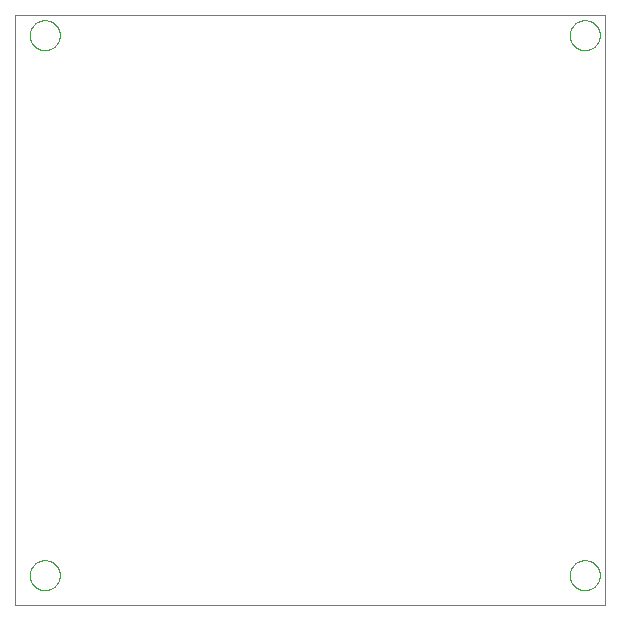
<source format=gtp>
G75*
%MOIN*%
%OFA0B0*%
%FSLAX25Y25*%
%IPPOS*%
%LPD*%
%AMOC8*
5,1,8,0,0,1.08239X$1,22.5*
%
%ADD10C,0.00000*%
D10*
X0001787Y0001787D02*
X0001787Y0198638D01*
X0198638Y0198638D01*
X0198638Y0001787D01*
X0001787Y0001787D01*
X0006787Y0011787D02*
X0006789Y0011928D01*
X0006795Y0012069D01*
X0006805Y0012209D01*
X0006819Y0012349D01*
X0006837Y0012489D01*
X0006858Y0012628D01*
X0006884Y0012767D01*
X0006913Y0012905D01*
X0006947Y0013041D01*
X0006984Y0013177D01*
X0007025Y0013312D01*
X0007070Y0013446D01*
X0007119Y0013578D01*
X0007171Y0013709D01*
X0007227Y0013838D01*
X0007287Y0013965D01*
X0007350Y0014091D01*
X0007416Y0014215D01*
X0007487Y0014338D01*
X0007560Y0014458D01*
X0007637Y0014576D01*
X0007717Y0014692D01*
X0007801Y0014805D01*
X0007887Y0014916D01*
X0007977Y0015025D01*
X0008070Y0015131D01*
X0008165Y0015234D01*
X0008264Y0015335D01*
X0008365Y0015433D01*
X0008469Y0015528D01*
X0008576Y0015620D01*
X0008685Y0015709D01*
X0008797Y0015794D01*
X0008911Y0015877D01*
X0009027Y0015957D01*
X0009146Y0016033D01*
X0009267Y0016105D01*
X0009389Y0016175D01*
X0009514Y0016240D01*
X0009640Y0016303D01*
X0009768Y0016361D01*
X0009898Y0016416D01*
X0010029Y0016468D01*
X0010162Y0016515D01*
X0010296Y0016559D01*
X0010431Y0016600D01*
X0010567Y0016636D01*
X0010704Y0016668D01*
X0010842Y0016697D01*
X0010980Y0016722D01*
X0011120Y0016742D01*
X0011260Y0016759D01*
X0011400Y0016772D01*
X0011541Y0016781D01*
X0011681Y0016786D01*
X0011822Y0016787D01*
X0011963Y0016784D01*
X0012104Y0016777D01*
X0012244Y0016766D01*
X0012384Y0016751D01*
X0012524Y0016732D01*
X0012663Y0016710D01*
X0012801Y0016683D01*
X0012939Y0016653D01*
X0013075Y0016618D01*
X0013211Y0016580D01*
X0013345Y0016538D01*
X0013479Y0016492D01*
X0013611Y0016443D01*
X0013741Y0016389D01*
X0013870Y0016332D01*
X0013997Y0016272D01*
X0014123Y0016208D01*
X0014246Y0016140D01*
X0014368Y0016069D01*
X0014488Y0015995D01*
X0014605Y0015917D01*
X0014720Y0015836D01*
X0014833Y0015752D01*
X0014944Y0015665D01*
X0015052Y0015574D01*
X0015157Y0015481D01*
X0015260Y0015384D01*
X0015360Y0015285D01*
X0015457Y0015183D01*
X0015551Y0015078D01*
X0015642Y0014971D01*
X0015730Y0014861D01*
X0015815Y0014749D01*
X0015897Y0014634D01*
X0015976Y0014517D01*
X0016051Y0014398D01*
X0016123Y0014277D01*
X0016191Y0014154D01*
X0016256Y0014029D01*
X0016318Y0013902D01*
X0016375Y0013773D01*
X0016430Y0013643D01*
X0016480Y0013512D01*
X0016527Y0013379D01*
X0016570Y0013245D01*
X0016609Y0013109D01*
X0016644Y0012973D01*
X0016676Y0012836D01*
X0016703Y0012698D01*
X0016727Y0012559D01*
X0016747Y0012419D01*
X0016763Y0012279D01*
X0016775Y0012139D01*
X0016783Y0011998D01*
X0016787Y0011857D01*
X0016787Y0011717D01*
X0016783Y0011576D01*
X0016775Y0011435D01*
X0016763Y0011295D01*
X0016747Y0011155D01*
X0016727Y0011015D01*
X0016703Y0010876D01*
X0016676Y0010738D01*
X0016644Y0010601D01*
X0016609Y0010465D01*
X0016570Y0010329D01*
X0016527Y0010195D01*
X0016480Y0010062D01*
X0016430Y0009931D01*
X0016375Y0009801D01*
X0016318Y0009672D01*
X0016256Y0009545D01*
X0016191Y0009420D01*
X0016123Y0009297D01*
X0016051Y0009176D01*
X0015976Y0009057D01*
X0015897Y0008940D01*
X0015815Y0008825D01*
X0015730Y0008713D01*
X0015642Y0008603D01*
X0015551Y0008496D01*
X0015457Y0008391D01*
X0015360Y0008289D01*
X0015260Y0008190D01*
X0015157Y0008093D01*
X0015052Y0008000D01*
X0014944Y0007909D01*
X0014833Y0007822D01*
X0014720Y0007738D01*
X0014605Y0007657D01*
X0014488Y0007579D01*
X0014368Y0007505D01*
X0014246Y0007434D01*
X0014123Y0007366D01*
X0013997Y0007302D01*
X0013870Y0007242D01*
X0013741Y0007185D01*
X0013611Y0007131D01*
X0013479Y0007082D01*
X0013345Y0007036D01*
X0013211Y0006994D01*
X0013075Y0006956D01*
X0012939Y0006921D01*
X0012801Y0006891D01*
X0012663Y0006864D01*
X0012524Y0006842D01*
X0012384Y0006823D01*
X0012244Y0006808D01*
X0012104Y0006797D01*
X0011963Y0006790D01*
X0011822Y0006787D01*
X0011681Y0006788D01*
X0011541Y0006793D01*
X0011400Y0006802D01*
X0011260Y0006815D01*
X0011120Y0006832D01*
X0010980Y0006852D01*
X0010842Y0006877D01*
X0010704Y0006906D01*
X0010567Y0006938D01*
X0010431Y0006974D01*
X0010296Y0007015D01*
X0010162Y0007059D01*
X0010029Y0007106D01*
X0009898Y0007158D01*
X0009768Y0007213D01*
X0009640Y0007271D01*
X0009514Y0007334D01*
X0009389Y0007399D01*
X0009267Y0007469D01*
X0009146Y0007541D01*
X0009027Y0007617D01*
X0008911Y0007697D01*
X0008797Y0007780D01*
X0008685Y0007865D01*
X0008576Y0007954D01*
X0008469Y0008046D01*
X0008365Y0008141D01*
X0008264Y0008239D01*
X0008165Y0008340D01*
X0008070Y0008443D01*
X0007977Y0008549D01*
X0007887Y0008658D01*
X0007801Y0008769D01*
X0007717Y0008882D01*
X0007637Y0008998D01*
X0007560Y0009116D01*
X0007487Y0009236D01*
X0007416Y0009359D01*
X0007350Y0009483D01*
X0007287Y0009609D01*
X0007227Y0009736D01*
X0007171Y0009865D01*
X0007119Y0009996D01*
X0007070Y0010128D01*
X0007025Y0010262D01*
X0006984Y0010397D01*
X0006947Y0010533D01*
X0006913Y0010669D01*
X0006884Y0010807D01*
X0006858Y0010946D01*
X0006837Y0011085D01*
X0006819Y0011225D01*
X0006805Y0011365D01*
X0006795Y0011505D01*
X0006789Y0011646D01*
X0006787Y0011787D01*
X0006787Y0191787D02*
X0006789Y0191928D01*
X0006795Y0192069D01*
X0006805Y0192209D01*
X0006819Y0192349D01*
X0006837Y0192489D01*
X0006858Y0192628D01*
X0006884Y0192767D01*
X0006913Y0192905D01*
X0006947Y0193041D01*
X0006984Y0193177D01*
X0007025Y0193312D01*
X0007070Y0193446D01*
X0007119Y0193578D01*
X0007171Y0193709D01*
X0007227Y0193838D01*
X0007287Y0193965D01*
X0007350Y0194091D01*
X0007416Y0194215D01*
X0007487Y0194338D01*
X0007560Y0194458D01*
X0007637Y0194576D01*
X0007717Y0194692D01*
X0007801Y0194805D01*
X0007887Y0194916D01*
X0007977Y0195025D01*
X0008070Y0195131D01*
X0008165Y0195234D01*
X0008264Y0195335D01*
X0008365Y0195433D01*
X0008469Y0195528D01*
X0008576Y0195620D01*
X0008685Y0195709D01*
X0008797Y0195794D01*
X0008911Y0195877D01*
X0009027Y0195957D01*
X0009146Y0196033D01*
X0009267Y0196105D01*
X0009389Y0196175D01*
X0009514Y0196240D01*
X0009640Y0196303D01*
X0009768Y0196361D01*
X0009898Y0196416D01*
X0010029Y0196468D01*
X0010162Y0196515D01*
X0010296Y0196559D01*
X0010431Y0196600D01*
X0010567Y0196636D01*
X0010704Y0196668D01*
X0010842Y0196697D01*
X0010980Y0196722D01*
X0011120Y0196742D01*
X0011260Y0196759D01*
X0011400Y0196772D01*
X0011541Y0196781D01*
X0011681Y0196786D01*
X0011822Y0196787D01*
X0011963Y0196784D01*
X0012104Y0196777D01*
X0012244Y0196766D01*
X0012384Y0196751D01*
X0012524Y0196732D01*
X0012663Y0196710D01*
X0012801Y0196683D01*
X0012939Y0196653D01*
X0013075Y0196618D01*
X0013211Y0196580D01*
X0013345Y0196538D01*
X0013479Y0196492D01*
X0013611Y0196443D01*
X0013741Y0196389D01*
X0013870Y0196332D01*
X0013997Y0196272D01*
X0014123Y0196208D01*
X0014246Y0196140D01*
X0014368Y0196069D01*
X0014488Y0195995D01*
X0014605Y0195917D01*
X0014720Y0195836D01*
X0014833Y0195752D01*
X0014944Y0195665D01*
X0015052Y0195574D01*
X0015157Y0195481D01*
X0015260Y0195384D01*
X0015360Y0195285D01*
X0015457Y0195183D01*
X0015551Y0195078D01*
X0015642Y0194971D01*
X0015730Y0194861D01*
X0015815Y0194749D01*
X0015897Y0194634D01*
X0015976Y0194517D01*
X0016051Y0194398D01*
X0016123Y0194277D01*
X0016191Y0194154D01*
X0016256Y0194029D01*
X0016318Y0193902D01*
X0016375Y0193773D01*
X0016430Y0193643D01*
X0016480Y0193512D01*
X0016527Y0193379D01*
X0016570Y0193245D01*
X0016609Y0193109D01*
X0016644Y0192973D01*
X0016676Y0192836D01*
X0016703Y0192698D01*
X0016727Y0192559D01*
X0016747Y0192419D01*
X0016763Y0192279D01*
X0016775Y0192139D01*
X0016783Y0191998D01*
X0016787Y0191857D01*
X0016787Y0191717D01*
X0016783Y0191576D01*
X0016775Y0191435D01*
X0016763Y0191295D01*
X0016747Y0191155D01*
X0016727Y0191015D01*
X0016703Y0190876D01*
X0016676Y0190738D01*
X0016644Y0190601D01*
X0016609Y0190465D01*
X0016570Y0190329D01*
X0016527Y0190195D01*
X0016480Y0190062D01*
X0016430Y0189931D01*
X0016375Y0189801D01*
X0016318Y0189672D01*
X0016256Y0189545D01*
X0016191Y0189420D01*
X0016123Y0189297D01*
X0016051Y0189176D01*
X0015976Y0189057D01*
X0015897Y0188940D01*
X0015815Y0188825D01*
X0015730Y0188713D01*
X0015642Y0188603D01*
X0015551Y0188496D01*
X0015457Y0188391D01*
X0015360Y0188289D01*
X0015260Y0188190D01*
X0015157Y0188093D01*
X0015052Y0188000D01*
X0014944Y0187909D01*
X0014833Y0187822D01*
X0014720Y0187738D01*
X0014605Y0187657D01*
X0014488Y0187579D01*
X0014368Y0187505D01*
X0014246Y0187434D01*
X0014123Y0187366D01*
X0013997Y0187302D01*
X0013870Y0187242D01*
X0013741Y0187185D01*
X0013611Y0187131D01*
X0013479Y0187082D01*
X0013345Y0187036D01*
X0013211Y0186994D01*
X0013075Y0186956D01*
X0012939Y0186921D01*
X0012801Y0186891D01*
X0012663Y0186864D01*
X0012524Y0186842D01*
X0012384Y0186823D01*
X0012244Y0186808D01*
X0012104Y0186797D01*
X0011963Y0186790D01*
X0011822Y0186787D01*
X0011681Y0186788D01*
X0011541Y0186793D01*
X0011400Y0186802D01*
X0011260Y0186815D01*
X0011120Y0186832D01*
X0010980Y0186852D01*
X0010842Y0186877D01*
X0010704Y0186906D01*
X0010567Y0186938D01*
X0010431Y0186974D01*
X0010296Y0187015D01*
X0010162Y0187059D01*
X0010029Y0187106D01*
X0009898Y0187158D01*
X0009768Y0187213D01*
X0009640Y0187271D01*
X0009514Y0187334D01*
X0009389Y0187399D01*
X0009267Y0187469D01*
X0009146Y0187541D01*
X0009027Y0187617D01*
X0008911Y0187697D01*
X0008797Y0187780D01*
X0008685Y0187865D01*
X0008576Y0187954D01*
X0008469Y0188046D01*
X0008365Y0188141D01*
X0008264Y0188239D01*
X0008165Y0188340D01*
X0008070Y0188443D01*
X0007977Y0188549D01*
X0007887Y0188658D01*
X0007801Y0188769D01*
X0007717Y0188882D01*
X0007637Y0188998D01*
X0007560Y0189116D01*
X0007487Y0189236D01*
X0007416Y0189359D01*
X0007350Y0189483D01*
X0007287Y0189609D01*
X0007227Y0189736D01*
X0007171Y0189865D01*
X0007119Y0189996D01*
X0007070Y0190128D01*
X0007025Y0190262D01*
X0006984Y0190397D01*
X0006947Y0190533D01*
X0006913Y0190669D01*
X0006884Y0190807D01*
X0006858Y0190946D01*
X0006837Y0191085D01*
X0006819Y0191225D01*
X0006805Y0191365D01*
X0006795Y0191505D01*
X0006789Y0191646D01*
X0006787Y0191787D01*
X0186787Y0191787D02*
X0186789Y0191928D01*
X0186795Y0192069D01*
X0186805Y0192209D01*
X0186819Y0192349D01*
X0186837Y0192489D01*
X0186858Y0192628D01*
X0186884Y0192767D01*
X0186913Y0192905D01*
X0186947Y0193041D01*
X0186984Y0193177D01*
X0187025Y0193312D01*
X0187070Y0193446D01*
X0187119Y0193578D01*
X0187171Y0193709D01*
X0187227Y0193838D01*
X0187287Y0193965D01*
X0187350Y0194091D01*
X0187416Y0194215D01*
X0187487Y0194338D01*
X0187560Y0194458D01*
X0187637Y0194576D01*
X0187717Y0194692D01*
X0187801Y0194805D01*
X0187887Y0194916D01*
X0187977Y0195025D01*
X0188070Y0195131D01*
X0188165Y0195234D01*
X0188264Y0195335D01*
X0188365Y0195433D01*
X0188469Y0195528D01*
X0188576Y0195620D01*
X0188685Y0195709D01*
X0188797Y0195794D01*
X0188911Y0195877D01*
X0189027Y0195957D01*
X0189146Y0196033D01*
X0189267Y0196105D01*
X0189389Y0196175D01*
X0189514Y0196240D01*
X0189640Y0196303D01*
X0189768Y0196361D01*
X0189898Y0196416D01*
X0190029Y0196468D01*
X0190162Y0196515D01*
X0190296Y0196559D01*
X0190431Y0196600D01*
X0190567Y0196636D01*
X0190704Y0196668D01*
X0190842Y0196697D01*
X0190980Y0196722D01*
X0191120Y0196742D01*
X0191260Y0196759D01*
X0191400Y0196772D01*
X0191541Y0196781D01*
X0191681Y0196786D01*
X0191822Y0196787D01*
X0191963Y0196784D01*
X0192104Y0196777D01*
X0192244Y0196766D01*
X0192384Y0196751D01*
X0192524Y0196732D01*
X0192663Y0196710D01*
X0192801Y0196683D01*
X0192939Y0196653D01*
X0193075Y0196618D01*
X0193211Y0196580D01*
X0193345Y0196538D01*
X0193479Y0196492D01*
X0193611Y0196443D01*
X0193741Y0196389D01*
X0193870Y0196332D01*
X0193997Y0196272D01*
X0194123Y0196208D01*
X0194246Y0196140D01*
X0194368Y0196069D01*
X0194488Y0195995D01*
X0194605Y0195917D01*
X0194720Y0195836D01*
X0194833Y0195752D01*
X0194944Y0195665D01*
X0195052Y0195574D01*
X0195157Y0195481D01*
X0195260Y0195384D01*
X0195360Y0195285D01*
X0195457Y0195183D01*
X0195551Y0195078D01*
X0195642Y0194971D01*
X0195730Y0194861D01*
X0195815Y0194749D01*
X0195897Y0194634D01*
X0195976Y0194517D01*
X0196051Y0194398D01*
X0196123Y0194277D01*
X0196191Y0194154D01*
X0196256Y0194029D01*
X0196318Y0193902D01*
X0196375Y0193773D01*
X0196430Y0193643D01*
X0196480Y0193512D01*
X0196527Y0193379D01*
X0196570Y0193245D01*
X0196609Y0193109D01*
X0196644Y0192973D01*
X0196676Y0192836D01*
X0196703Y0192698D01*
X0196727Y0192559D01*
X0196747Y0192419D01*
X0196763Y0192279D01*
X0196775Y0192139D01*
X0196783Y0191998D01*
X0196787Y0191857D01*
X0196787Y0191717D01*
X0196783Y0191576D01*
X0196775Y0191435D01*
X0196763Y0191295D01*
X0196747Y0191155D01*
X0196727Y0191015D01*
X0196703Y0190876D01*
X0196676Y0190738D01*
X0196644Y0190601D01*
X0196609Y0190465D01*
X0196570Y0190329D01*
X0196527Y0190195D01*
X0196480Y0190062D01*
X0196430Y0189931D01*
X0196375Y0189801D01*
X0196318Y0189672D01*
X0196256Y0189545D01*
X0196191Y0189420D01*
X0196123Y0189297D01*
X0196051Y0189176D01*
X0195976Y0189057D01*
X0195897Y0188940D01*
X0195815Y0188825D01*
X0195730Y0188713D01*
X0195642Y0188603D01*
X0195551Y0188496D01*
X0195457Y0188391D01*
X0195360Y0188289D01*
X0195260Y0188190D01*
X0195157Y0188093D01*
X0195052Y0188000D01*
X0194944Y0187909D01*
X0194833Y0187822D01*
X0194720Y0187738D01*
X0194605Y0187657D01*
X0194488Y0187579D01*
X0194368Y0187505D01*
X0194246Y0187434D01*
X0194123Y0187366D01*
X0193997Y0187302D01*
X0193870Y0187242D01*
X0193741Y0187185D01*
X0193611Y0187131D01*
X0193479Y0187082D01*
X0193345Y0187036D01*
X0193211Y0186994D01*
X0193075Y0186956D01*
X0192939Y0186921D01*
X0192801Y0186891D01*
X0192663Y0186864D01*
X0192524Y0186842D01*
X0192384Y0186823D01*
X0192244Y0186808D01*
X0192104Y0186797D01*
X0191963Y0186790D01*
X0191822Y0186787D01*
X0191681Y0186788D01*
X0191541Y0186793D01*
X0191400Y0186802D01*
X0191260Y0186815D01*
X0191120Y0186832D01*
X0190980Y0186852D01*
X0190842Y0186877D01*
X0190704Y0186906D01*
X0190567Y0186938D01*
X0190431Y0186974D01*
X0190296Y0187015D01*
X0190162Y0187059D01*
X0190029Y0187106D01*
X0189898Y0187158D01*
X0189768Y0187213D01*
X0189640Y0187271D01*
X0189514Y0187334D01*
X0189389Y0187399D01*
X0189267Y0187469D01*
X0189146Y0187541D01*
X0189027Y0187617D01*
X0188911Y0187697D01*
X0188797Y0187780D01*
X0188685Y0187865D01*
X0188576Y0187954D01*
X0188469Y0188046D01*
X0188365Y0188141D01*
X0188264Y0188239D01*
X0188165Y0188340D01*
X0188070Y0188443D01*
X0187977Y0188549D01*
X0187887Y0188658D01*
X0187801Y0188769D01*
X0187717Y0188882D01*
X0187637Y0188998D01*
X0187560Y0189116D01*
X0187487Y0189236D01*
X0187416Y0189359D01*
X0187350Y0189483D01*
X0187287Y0189609D01*
X0187227Y0189736D01*
X0187171Y0189865D01*
X0187119Y0189996D01*
X0187070Y0190128D01*
X0187025Y0190262D01*
X0186984Y0190397D01*
X0186947Y0190533D01*
X0186913Y0190669D01*
X0186884Y0190807D01*
X0186858Y0190946D01*
X0186837Y0191085D01*
X0186819Y0191225D01*
X0186805Y0191365D01*
X0186795Y0191505D01*
X0186789Y0191646D01*
X0186787Y0191787D01*
X0186787Y0011787D02*
X0186789Y0011928D01*
X0186795Y0012069D01*
X0186805Y0012209D01*
X0186819Y0012349D01*
X0186837Y0012489D01*
X0186858Y0012628D01*
X0186884Y0012767D01*
X0186913Y0012905D01*
X0186947Y0013041D01*
X0186984Y0013177D01*
X0187025Y0013312D01*
X0187070Y0013446D01*
X0187119Y0013578D01*
X0187171Y0013709D01*
X0187227Y0013838D01*
X0187287Y0013965D01*
X0187350Y0014091D01*
X0187416Y0014215D01*
X0187487Y0014338D01*
X0187560Y0014458D01*
X0187637Y0014576D01*
X0187717Y0014692D01*
X0187801Y0014805D01*
X0187887Y0014916D01*
X0187977Y0015025D01*
X0188070Y0015131D01*
X0188165Y0015234D01*
X0188264Y0015335D01*
X0188365Y0015433D01*
X0188469Y0015528D01*
X0188576Y0015620D01*
X0188685Y0015709D01*
X0188797Y0015794D01*
X0188911Y0015877D01*
X0189027Y0015957D01*
X0189146Y0016033D01*
X0189267Y0016105D01*
X0189389Y0016175D01*
X0189514Y0016240D01*
X0189640Y0016303D01*
X0189768Y0016361D01*
X0189898Y0016416D01*
X0190029Y0016468D01*
X0190162Y0016515D01*
X0190296Y0016559D01*
X0190431Y0016600D01*
X0190567Y0016636D01*
X0190704Y0016668D01*
X0190842Y0016697D01*
X0190980Y0016722D01*
X0191120Y0016742D01*
X0191260Y0016759D01*
X0191400Y0016772D01*
X0191541Y0016781D01*
X0191681Y0016786D01*
X0191822Y0016787D01*
X0191963Y0016784D01*
X0192104Y0016777D01*
X0192244Y0016766D01*
X0192384Y0016751D01*
X0192524Y0016732D01*
X0192663Y0016710D01*
X0192801Y0016683D01*
X0192939Y0016653D01*
X0193075Y0016618D01*
X0193211Y0016580D01*
X0193345Y0016538D01*
X0193479Y0016492D01*
X0193611Y0016443D01*
X0193741Y0016389D01*
X0193870Y0016332D01*
X0193997Y0016272D01*
X0194123Y0016208D01*
X0194246Y0016140D01*
X0194368Y0016069D01*
X0194488Y0015995D01*
X0194605Y0015917D01*
X0194720Y0015836D01*
X0194833Y0015752D01*
X0194944Y0015665D01*
X0195052Y0015574D01*
X0195157Y0015481D01*
X0195260Y0015384D01*
X0195360Y0015285D01*
X0195457Y0015183D01*
X0195551Y0015078D01*
X0195642Y0014971D01*
X0195730Y0014861D01*
X0195815Y0014749D01*
X0195897Y0014634D01*
X0195976Y0014517D01*
X0196051Y0014398D01*
X0196123Y0014277D01*
X0196191Y0014154D01*
X0196256Y0014029D01*
X0196318Y0013902D01*
X0196375Y0013773D01*
X0196430Y0013643D01*
X0196480Y0013512D01*
X0196527Y0013379D01*
X0196570Y0013245D01*
X0196609Y0013109D01*
X0196644Y0012973D01*
X0196676Y0012836D01*
X0196703Y0012698D01*
X0196727Y0012559D01*
X0196747Y0012419D01*
X0196763Y0012279D01*
X0196775Y0012139D01*
X0196783Y0011998D01*
X0196787Y0011857D01*
X0196787Y0011717D01*
X0196783Y0011576D01*
X0196775Y0011435D01*
X0196763Y0011295D01*
X0196747Y0011155D01*
X0196727Y0011015D01*
X0196703Y0010876D01*
X0196676Y0010738D01*
X0196644Y0010601D01*
X0196609Y0010465D01*
X0196570Y0010329D01*
X0196527Y0010195D01*
X0196480Y0010062D01*
X0196430Y0009931D01*
X0196375Y0009801D01*
X0196318Y0009672D01*
X0196256Y0009545D01*
X0196191Y0009420D01*
X0196123Y0009297D01*
X0196051Y0009176D01*
X0195976Y0009057D01*
X0195897Y0008940D01*
X0195815Y0008825D01*
X0195730Y0008713D01*
X0195642Y0008603D01*
X0195551Y0008496D01*
X0195457Y0008391D01*
X0195360Y0008289D01*
X0195260Y0008190D01*
X0195157Y0008093D01*
X0195052Y0008000D01*
X0194944Y0007909D01*
X0194833Y0007822D01*
X0194720Y0007738D01*
X0194605Y0007657D01*
X0194488Y0007579D01*
X0194368Y0007505D01*
X0194246Y0007434D01*
X0194123Y0007366D01*
X0193997Y0007302D01*
X0193870Y0007242D01*
X0193741Y0007185D01*
X0193611Y0007131D01*
X0193479Y0007082D01*
X0193345Y0007036D01*
X0193211Y0006994D01*
X0193075Y0006956D01*
X0192939Y0006921D01*
X0192801Y0006891D01*
X0192663Y0006864D01*
X0192524Y0006842D01*
X0192384Y0006823D01*
X0192244Y0006808D01*
X0192104Y0006797D01*
X0191963Y0006790D01*
X0191822Y0006787D01*
X0191681Y0006788D01*
X0191541Y0006793D01*
X0191400Y0006802D01*
X0191260Y0006815D01*
X0191120Y0006832D01*
X0190980Y0006852D01*
X0190842Y0006877D01*
X0190704Y0006906D01*
X0190567Y0006938D01*
X0190431Y0006974D01*
X0190296Y0007015D01*
X0190162Y0007059D01*
X0190029Y0007106D01*
X0189898Y0007158D01*
X0189768Y0007213D01*
X0189640Y0007271D01*
X0189514Y0007334D01*
X0189389Y0007399D01*
X0189267Y0007469D01*
X0189146Y0007541D01*
X0189027Y0007617D01*
X0188911Y0007697D01*
X0188797Y0007780D01*
X0188685Y0007865D01*
X0188576Y0007954D01*
X0188469Y0008046D01*
X0188365Y0008141D01*
X0188264Y0008239D01*
X0188165Y0008340D01*
X0188070Y0008443D01*
X0187977Y0008549D01*
X0187887Y0008658D01*
X0187801Y0008769D01*
X0187717Y0008882D01*
X0187637Y0008998D01*
X0187560Y0009116D01*
X0187487Y0009236D01*
X0187416Y0009359D01*
X0187350Y0009483D01*
X0187287Y0009609D01*
X0187227Y0009736D01*
X0187171Y0009865D01*
X0187119Y0009996D01*
X0187070Y0010128D01*
X0187025Y0010262D01*
X0186984Y0010397D01*
X0186947Y0010533D01*
X0186913Y0010669D01*
X0186884Y0010807D01*
X0186858Y0010946D01*
X0186837Y0011085D01*
X0186819Y0011225D01*
X0186805Y0011365D01*
X0186795Y0011505D01*
X0186789Y0011646D01*
X0186787Y0011787D01*
M02*

</source>
